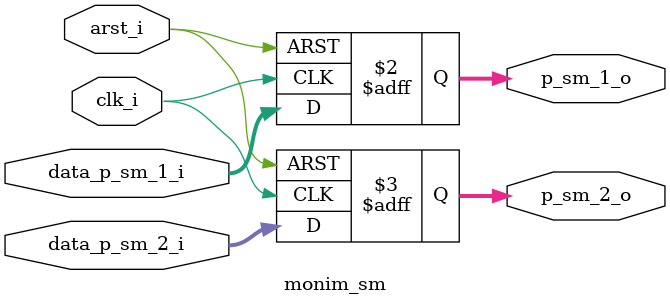
<source format=sv>
module monim_sm(     
//  MAIN SYNC
  input                clk_i,
  input                arst_i,
//  DATA IN
  input         [31:0] data_p_sm_1_i,
  input         [31:0] data_p_sm_2_i,
//  CONNECT to monim_axil_mon
  output    reg [31:0] p_sm_1_o,
  output    reg [31:0] p_sm_2_o
);

always_ff @(posedge clk_i or posedge arst_i) begin // UNC
    if (arst_i) begin   // RESET
        p_sm_1_o <= 32'b0;
        p_sm_2_o <= 32'b0;
    end else begin  //  Transmitting coordinates and data
        p_sm_1_o <= data_p_sm_1_i;
        p_sm_2_o <= data_p_sm_2_i;
    end
end
endmodule
</source>
